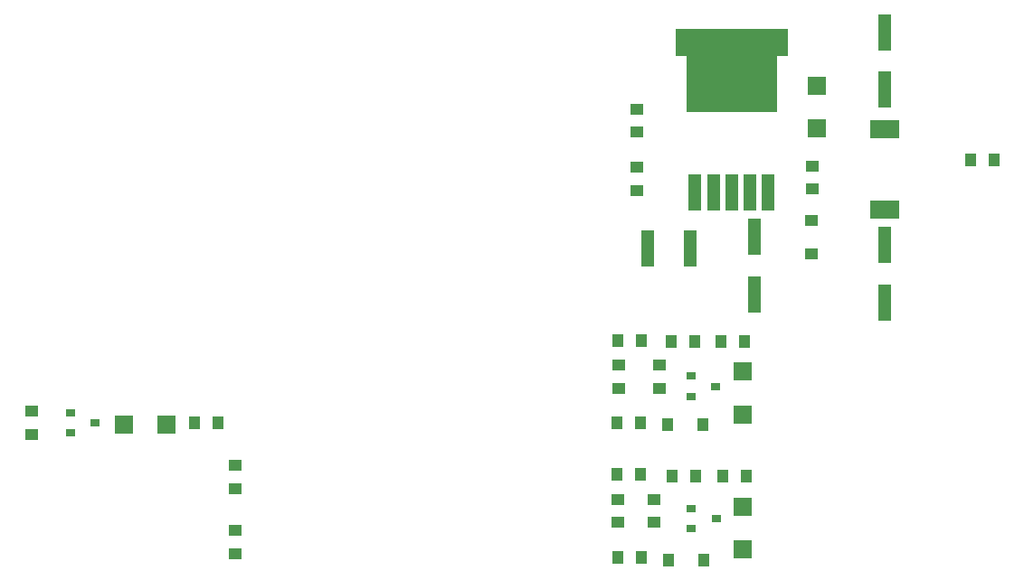
<source format=gtp>
G04*
G04 #@! TF.GenerationSoftware,Altium Limited,Altium Designer,23.1.1 (15)*
G04*
G04 Layer_Color=8421504*
%FSLAX44Y44*%
%MOMM*%
G71*
G04*
G04 #@! TF.SameCoordinates,30CF7A92-77B0-4B7A-85BE-2C256DE05FD5*
G04*
G04*
G04 #@! TF.FilePolarity,Positive*
G04*
G01*
G75*
%ADD23R,1.0000X1.3000*%
%ADD24R,1.3000X1.0000*%
%ADD25R,1.0000X1.2000*%
%ADD26R,1.2000X3.5000*%
%ADD27R,1.7000X1.8000*%
%ADD28R,0.9000X0.7000*%
%ADD29R,2.8000X1.8000*%
%ADD30R,1.3000X1.1000*%
%ADD31R,1.3000X3.4000*%
%ADD32R,1.8000X1.7000*%
%ADD33R,1.2000X3.5000*%
%ADD34R,10.5000X2.5000*%
%ADD35R,8.5000X6.5000*%
D23*
X208710Y222250D02*
D03*
X230710D02*
D03*
X604950Y95890D02*
D03*
X626950D02*
D03*
X677750Y172720D02*
D03*
X702740D02*
D03*
X724740D02*
D03*
X655750D02*
D03*
X626240Y222250D02*
D03*
X625680Y173990D02*
D03*
X604240Y222250D02*
D03*
X603680Y173990D02*
D03*
X723470Y298450D02*
D03*
X701470D02*
D03*
X676480D02*
D03*
X654480D02*
D03*
X626950Y299720D02*
D03*
X604950D02*
D03*
X935150Y468630D02*
D03*
X957150D02*
D03*
D24*
X55880Y211250D02*
D03*
Y233250D02*
D03*
X246380Y121490D02*
D03*
Y99490D02*
D03*
Y160450D02*
D03*
Y182450D02*
D03*
X604520Y150700D02*
D03*
Y128700D02*
D03*
X638810D02*
D03*
Y150700D02*
D03*
X643890Y254430D02*
D03*
Y276430D02*
D03*
X605790D02*
D03*
Y254430D02*
D03*
X786660Y441120D02*
D03*
Y463120D02*
D03*
X622300Y494460D02*
D03*
Y516460D02*
D03*
Y461850D02*
D03*
Y439850D02*
D03*
D25*
X652230Y93890D02*
D03*
X685230D02*
D03*
X684520Y220250D02*
D03*
X651520D02*
D03*
D26*
X732790Y342570D02*
D03*
Y396570D02*
D03*
X854710Y334950D02*
D03*
Y388950D02*
D03*
Y534340D02*
D03*
Y588340D02*
D03*
D27*
X722070Y103830D02*
D03*
Y143830D02*
D03*
X721360Y230190D02*
D03*
Y270190D02*
D03*
X791210Y498160D02*
D03*
Y538160D02*
D03*
D28*
X92640Y212750D02*
D03*
X115640Y222250D02*
D03*
X92640Y231750D02*
D03*
X673740Y123220D02*
D03*
Y142220D02*
D03*
X696740Y132720D02*
D03*
X696030Y256540D02*
D03*
X673030Y247040D02*
D03*
Y266040D02*
D03*
D29*
X854710Y422240D02*
D03*
Y497240D02*
D03*
D30*
X785658Y380240D02*
D03*
Y412240D02*
D03*
D31*
X632780Y386080D02*
D03*
X672780D02*
D03*
D32*
X142560Y220980D02*
D03*
X182560D02*
D03*
D33*
X677200Y438346D02*
D03*
X694200D02*
D03*
X711200D02*
D03*
X728200D02*
D03*
X745200D02*
D03*
D34*
X711200Y578600D02*
D03*
D35*
X711200Y546100D02*
D03*
M02*

</source>
